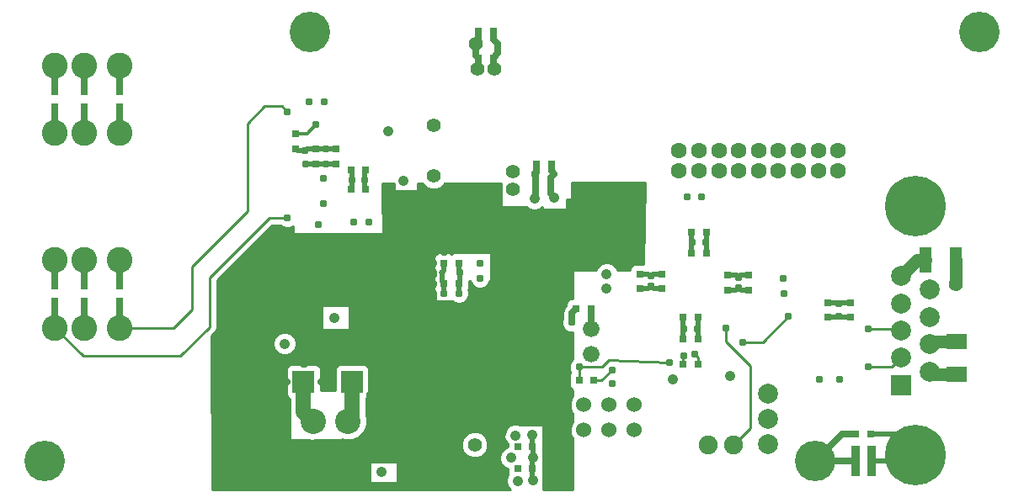
<source format=gbl>
G04 (created by PCBNEW (2013-04-19 BZR 4011)-stable) date 23/05/2013 19:48:56*
%MOIN*%
G04 Gerber Fmt 3.4, Leading zero omitted, Abs format*
%FSLAX34Y34*%
G01*
G70*
G90*
G04 APERTURE LIST*
%ADD10C,0.006*%
%ADD11C,0.1*%
%ADD12R,0.05X0.1*%
%ADD13R,0.08X0.06*%
%ADD14R,0.035X0.12*%
%ADD15R,0.03X0.031*%
%ADD16R,0.031X0.03*%
%ADD17C,0.079*%
%ADD18C,0.075*%
%ADD19C,0.066*%
%ADD20C,0.056*%
%ADD21R,0.085X0.089*%
%ADD22C,0.24*%
%ADD23R,0.079X0.079*%
%ADD24C,0.102362*%
%ADD25C,0.06*%
%ADD26C,0.16*%
%ADD27C,0.063*%
%ADD28C,0.041*%
%ADD29C,0.031*%
%ADD30C,0.025*%
%ADD31C,0.025*%
%ADD32C,0.02*%
%ADD33C,0.01*%
%ADD34C,0.06*%
%ADD35C,0.05*%
%ADD36C,0.012*%
G04 APERTURE END LIST*
G54D10*
G54D11*
X79390Y-81060D03*
X80770Y-81060D03*
G54D12*
X103620Y-74650D03*
X104820Y-74650D03*
G54D13*
X104850Y-79180D03*
X104850Y-77880D03*
G54D14*
X101495Y-82640D03*
X100845Y-82640D03*
G54D15*
X94035Y-76940D03*
X94625Y-76940D03*
X94035Y-77800D03*
X94625Y-77800D03*
G54D16*
X96640Y-75865D03*
X96640Y-75275D03*
G54D15*
X94035Y-78810D03*
X94625Y-78810D03*
G54D16*
X95800Y-75865D03*
X95800Y-75275D03*
G54D15*
X94945Y-74390D03*
X94355Y-74390D03*
X80885Y-71100D03*
X81475Y-71100D03*
X94945Y-73550D03*
X94355Y-73550D03*
G54D16*
X71732Y-76295D03*
X71732Y-75705D03*
X70314Y-76295D03*
X70314Y-75705D03*
X69172Y-76295D03*
X69172Y-75705D03*
X71732Y-68595D03*
X71732Y-68005D03*
X70314Y-68595D03*
X70314Y-68005D03*
X69172Y-68595D03*
X69172Y-68005D03*
X78680Y-70255D03*
X78680Y-69665D03*
G54D15*
X80885Y-71870D03*
X81475Y-71870D03*
G54D16*
X100650Y-76355D03*
X100650Y-76945D03*
G54D15*
X85155Y-75600D03*
X84565Y-75600D03*
X87485Y-82070D03*
X88075Y-82070D03*
X87485Y-82940D03*
X88075Y-82940D03*
G54D16*
X92330Y-75215D03*
X92330Y-75805D03*
X93190Y-75215D03*
X93190Y-75805D03*
G54D15*
X88205Y-71670D03*
X88795Y-71670D03*
X88225Y-70860D03*
X88815Y-70860D03*
X85925Y-66650D03*
X86515Y-66650D03*
X85925Y-65590D03*
X86515Y-65590D03*
G54D16*
X99750Y-76355D03*
X99750Y-76945D03*
G54D15*
X89795Y-76610D03*
X90385Y-76610D03*
X101465Y-81550D03*
X100875Y-81550D03*
X85155Y-74780D03*
X84565Y-74780D03*
G54D16*
X79510Y-70275D03*
X79510Y-70865D03*
G54D15*
X90505Y-79440D03*
X89915Y-79440D03*
G54D16*
X80280Y-70275D03*
X80280Y-70865D03*
G54D17*
X97390Y-79970D03*
X97390Y-80970D03*
X97390Y-81970D03*
G54D18*
X96020Y-82010D03*
X95020Y-82010D03*
G54D19*
X90380Y-77400D03*
X90380Y-78400D03*
G54D20*
X84150Y-69340D03*
X84150Y-71340D03*
G54D21*
X80930Y-79490D03*
X79010Y-79490D03*
G54D22*
X103220Y-82380D03*
X103220Y-72540D03*
G54D23*
X102660Y-79620D03*
G54D17*
X102660Y-78540D03*
X102660Y-77460D03*
X102660Y-76380D03*
X102660Y-75300D03*
X103780Y-75840D03*
X103780Y-76920D03*
X103780Y-78000D03*
X103780Y-79080D03*
G54D24*
X69172Y-74671D03*
X69172Y-77348D03*
X70314Y-77348D03*
X71732Y-77348D03*
X70314Y-74671D03*
X71732Y-74671D03*
X69172Y-66951D03*
X69172Y-69628D03*
X70314Y-69628D03*
X71732Y-69628D03*
X70314Y-66951D03*
X71732Y-66951D03*
G54D25*
X92110Y-80410D03*
X92110Y-81410D03*
X91110Y-80410D03*
X91110Y-81410D03*
X90110Y-80410D03*
X90110Y-81410D03*
G54D26*
X99260Y-82620D03*
G54D27*
X100170Y-71140D03*
X99380Y-71140D03*
X98590Y-71140D03*
X97810Y-71140D03*
X97020Y-71140D03*
X96240Y-71140D03*
X95450Y-71140D03*
X94660Y-71140D03*
X93870Y-71140D03*
X100170Y-70340D03*
X99380Y-70340D03*
X98590Y-70340D03*
X97810Y-70340D03*
X97020Y-70340D03*
X96240Y-70340D03*
X95450Y-70340D03*
X94660Y-70340D03*
X93870Y-70340D03*
G54D26*
X68760Y-82620D03*
X79260Y-65620D03*
X105760Y-65620D03*
G54D20*
X85880Y-67090D03*
X85830Y-66110D03*
G54D28*
X88150Y-72230D03*
G54D29*
X88160Y-71260D03*
G54D20*
X87310Y-71160D03*
G54D29*
X89630Y-77140D03*
X79820Y-68410D03*
X79060Y-70340D03*
X79900Y-70270D03*
X80930Y-71480D03*
X81010Y-73160D03*
X85990Y-75380D03*
X85160Y-75980D03*
X85210Y-75170D03*
G54D28*
X78260Y-77980D03*
G54D20*
X85780Y-81980D03*
G54D29*
X92750Y-75300D03*
G54D28*
X91010Y-75220D03*
G54D29*
X94920Y-73970D03*
X96220Y-75770D03*
X94070Y-77380D03*
X91230Y-79020D03*
X94070Y-78450D03*
X94760Y-72150D03*
X98020Y-75980D03*
X100200Y-76400D03*
G54D28*
X87230Y-82510D03*
X87400Y-81620D03*
X87490Y-83420D03*
G54D29*
X78370Y-68790D03*
X78370Y-72980D03*
X101360Y-77400D03*
X96410Y-77920D03*
X98200Y-76910D03*
X101370Y-78900D03*
G54D20*
X81750Y-80060D03*
X81150Y-77570D03*
X81800Y-76510D03*
X83930Y-76380D03*
X89150Y-78020D03*
X88280Y-80910D03*
X88520Y-76520D03*
X86660Y-76520D03*
X86550Y-67100D03*
G54D30*
X86700Y-66110D03*
G54D28*
X82970Y-71530D03*
X82370Y-69560D03*
X88940Y-72180D03*
G54D30*
X88940Y-71260D03*
G54D20*
X87310Y-71860D03*
G54D29*
X79220Y-68400D03*
X79090Y-70870D03*
X79900Y-70870D03*
X79780Y-71420D03*
X81440Y-71480D03*
X81610Y-73170D03*
X79780Y-72430D03*
X79580Y-73260D03*
X84560Y-75980D03*
G54D30*
X84480Y-75170D03*
G54D29*
X85990Y-74780D03*
G54D28*
X80240Y-76950D03*
X88080Y-82510D03*
X88080Y-83410D03*
X88070Y-81610D03*
X82080Y-83060D03*
G54D29*
X92750Y-75710D03*
G54D28*
X91000Y-75800D03*
G54D29*
X94390Y-73970D03*
X96230Y-75350D03*
X94610Y-77380D03*
X91230Y-79550D03*
X94480Y-78400D03*
X94180Y-72150D03*
X98000Y-75400D03*
G54D20*
X104820Y-75640D03*
G54D29*
X100210Y-76900D03*
X100220Y-79400D03*
X99430Y-79400D03*
G54D28*
X95910Y-79250D03*
X93640Y-79400D03*
G54D29*
X79510Y-69300D03*
X89920Y-78910D03*
X93490Y-78740D03*
X95740Y-77360D03*
G54D31*
X85925Y-66650D02*
X85925Y-67045D01*
X85925Y-67045D02*
X85880Y-67090D01*
X85830Y-66110D02*
X85830Y-66555D01*
X85830Y-66555D02*
X85925Y-66650D01*
X85925Y-65590D02*
X85925Y-66015D01*
X85925Y-66015D02*
X85830Y-66110D01*
X88205Y-71670D02*
X88205Y-72175D01*
X88205Y-72175D02*
X88150Y-72230D01*
X88205Y-71670D02*
X88205Y-71305D01*
X88205Y-71305D02*
X88160Y-71260D01*
X88225Y-70860D02*
X88225Y-71195D01*
X88225Y-71195D02*
X88160Y-71260D01*
X89795Y-76610D02*
X89630Y-76775D01*
X89630Y-76775D02*
X89630Y-77140D01*
G54D32*
X79060Y-70340D02*
X78765Y-70340D01*
X79125Y-70275D02*
X79060Y-70340D01*
X79510Y-70275D02*
X79125Y-70275D01*
X78765Y-70340D02*
X78680Y-70255D01*
X79510Y-70275D02*
X79895Y-70275D01*
X79895Y-70275D02*
X79900Y-70270D01*
X80280Y-70275D02*
X79905Y-70275D01*
X79905Y-70275D02*
X79900Y-70270D01*
X80885Y-71100D02*
X80930Y-71145D01*
X80930Y-71145D02*
X80930Y-71480D01*
X80885Y-71870D02*
X80930Y-71825D01*
X80930Y-71825D02*
X80930Y-71480D01*
X85155Y-75600D02*
X85155Y-75975D01*
X85155Y-75975D02*
X85160Y-75980D01*
X85210Y-75170D02*
X85210Y-75545D01*
X85210Y-75545D02*
X85155Y-75600D01*
X85155Y-74780D02*
X85155Y-75115D01*
X85155Y-75115D02*
X85210Y-75170D01*
X92330Y-75215D02*
X92665Y-75215D01*
X92665Y-75215D02*
X92750Y-75300D01*
X93190Y-75215D02*
X92835Y-75215D01*
X92835Y-75215D02*
X92750Y-75300D01*
X94945Y-74390D02*
X94945Y-73995D01*
X94945Y-73995D02*
X94920Y-73970D01*
X94945Y-73550D02*
X94945Y-73945D01*
X94945Y-73945D02*
X94920Y-73970D01*
X95800Y-75865D02*
X96125Y-75865D01*
X96125Y-75865D02*
X96220Y-75770D01*
X96640Y-75865D02*
X96315Y-75865D01*
X96315Y-75865D02*
X96220Y-75770D01*
X94035Y-77800D02*
X94035Y-77415D01*
X94035Y-77415D02*
X94070Y-77380D01*
X94035Y-76940D02*
X94035Y-77345D01*
X94035Y-77345D02*
X94070Y-77380D01*
G54D33*
X90505Y-79440D02*
X90810Y-79440D01*
X90810Y-79440D02*
X91230Y-79020D01*
X94035Y-78810D02*
X94035Y-78485D01*
X94035Y-78485D02*
X94070Y-78450D01*
G54D32*
X99750Y-76355D02*
X100155Y-76355D01*
X100155Y-76355D02*
X100200Y-76400D01*
X100650Y-76355D02*
X100245Y-76355D01*
X100245Y-76355D02*
X100200Y-76400D01*
G54D31*
X71732Y-69628D02*
X71732Y-68595D01*
X69172Y-69628D02*
X69172Y-68595D01*
X71732Y-77348D02*
X71732Y-76295D01*
G54D33*
X73871Y-77348D02*
X71732Y-77348D01*
X74580Y-76640D02*
X73871Y-77348D01*
X74580Y-74930D02*
X74580Y-76640D01*
X76790Y-72720D02*
X74580Y-74930D01*
X76790Y-69250D02*
X76790Y-72720D01*
X77470Y-68570D02*
X76790Y-69250D01*
X78150Y-68570D02*
X77470Y-68570D01*
X78370Y-68790D02*
X78150Y-68570D01*
G54D31*
X69172Y-77348D02*
X69172Y-76295D01*
G54D33*
X78370Y-72980D02*
X77650Y-72980D01*
X70294Y-78470D02*
X69172Y-77348D01*
X74140Y-78470D02*
X70294Y-78470D01*
X75280Y-77330D02*
X74140Y-78470D01*
X75280Y-75350D02*
X75280Y-77330D01*
X77650Y-72980D02*
X75280Y-75350D01*
X102660Y-77460D02*
X102600Y-77400D01*
X102600Y-77400D02*
X101360Y-77400D01*
X97190Y-77920D02*
X96410Y-77920D01*
X98200Y-76910D02*
X97190Y-77920D01*
X102300Y-78900D02*
X102660Y-78540D01*
X101370Y-78900D02*
X102300Y-78900D01*
G54D31*
X100845Y-82640D02*
X99280Y-82640D01*
X99280Y-82640D02*
X99260Y-82620D01*
X100875Y-81550D02*
X100330Y-81550D01*
X100330Y-81550D02*
X99260Y-82620D01*
X69172Y-74671D02*
X69172Y-75705D01*
X70314Y-74671D02*
X70314Y-75705D01*
X71732Y-74671D02*
X71732Y-75705D01*
X69172Y-66951D02*
X69172Y-68005D01*
X70314Y-66951D02*
X70314Y-68005D01*
X71732Y-66951D02*
X71732Y-68005D01*
X86515Y-66650D02*
X86515Y-67065D01*
X86515Y-67065D02*
X86550Y-67100D01*
X86700Y-66110D02*
X86700Y-66465D01*
X86700Y-66465D02*
X86515Y-66650D01*
X86515Y-65590D02*
X86515Y-65925D01*
X86515Y-65925D02*
X86700Y-66110D01*
X88795Y-71670D02*
X88795Y-72035D01*
X88795Y-72035D02*
X88940Y-72180D01*
X88815Y-70860D02*
X88815Y-71135D01*
X88815Y-71135D02*
X88940Y-71260D01*
X88795Y-71670D02*
X88795Y-71405D01*
X88795Y-71405D02*
X88940Y-71260D01*
G54D32*
X79510Y-70865D02*
X79095Y-70865D01*
X79095Y-70865D02*
X79090Y-70870D01*
X79510Y-70865D02*
X79895Y-70865D01*
X79905Y-70865D02*
X79900Y-70870D01*
X79905Y-70865D02*
X80280Y-70865D01*
X79895Y-70865D02*
X79900Y-70870D01*
X81475Y-71870D02*
X81440Y-71835D01*
X81440Y-71835D02*
X81440Y-71480D01*
X81475Y-71100D02*
X81440Y-71135D01*
X81440Y-71135D02*
X81440Y-71480D01*
X84565Y-75600D02*
X84565Y-75975D01*
X84565Y-75975D02*
X84560Y-75980D01*
X84480Y-75170D02*
X84480Y-75515D01*
X84480Y-75515D02*
X84565Y-75600D01*
X84565Y-74780D02*
X84565Y-75085D01*
X84565Y-75085D02*
X84480Y-75170D01*
X88080Y-82510D02*
X88080Y-82075D01*
X88075Y-82515D02*
X88080Y-82510D01*
X88075Y-82940D02*
X88075Y-82515D01*
X88080Y-82075D02*
X88075Y-82070D01*
X88075Y-82940D02*
X88075Y-83405D01*
X88075Y-83405D02*
X88080Y-83410D01*
X88075Y-82070D02*
X88075Y-81615D01*
X88075Y-81615D02*
X88070Y-81610D01*
G54D34*
X79390Y-81060D02*
X79010Y-80680D01*
X79010Y-80680D02*
X79010Y-79490D01*
G54D32*
X92330Y-75805D02*
X92655Y-75805D01*
X92655Y-75805D02*
X92750Y-75710D01*
X93190Y-75805D02*
X92845Y-75805D01*
X92845Y-75805D02*
X92750Y-75710D01*
X94355Y-74390D02*
X94355Y-74005D01*
X94355Y-74005D02*
X94390Y-73970D01*
X94355Y-73550D02*
X94355Y-73935D01*
X94355Y-73935D02*
X94390Y-73970D01*
X96640Y-75275D02*
X96305Y-75275D01*
X96305Y-75275D02*
X96230Y-75350D01*
X95800Y-75275D02*
X96155Y-75275D01*
X96155Y-75275D02*
X96230Y-75350D01*
X94625Y-76940D02*
X94625Y-77365D01*
X94625Y-77365D02*
X94610Y-77380D01*
X94625Y-77800D02*
X94625Y-77395D01*
X94625Y-77395D02*
X94610Y-77380D01*
G54D33*
X94625Y-78810D02*
X94625Y-78545D01*
X94625Y-78545D02*
X94480Y-78400D01*
G54D35*
X104820Y-74650D02*
X104820Y-75640D01*
G54D32*
X99750Y-76945D02*
X100165Y-76945D01*
X100165Y-76945D02*
X100210Y-76900D01*
X100650Y-76945D02*
X100255Y-76945D01*
X100255Y-76945D02*
X100210Y-76900D01*
G54D31*
X70314Y-69628D02*
X70314Y-68595D01*
X70314Y-77348D02*
X70314Y-76295D01*
X90380Y-77400D02*
X90380Y-76615D01*
X90380Y-76615D02*
X90385Y-76610D01*
G54D36*
X79510Y-69300D02*
X79145Y-69665D01*
X79145Y-69665D02*
X78680Y-69665D01*
G54D32*
X103220Y-82380D02*
X102390Y-81550D01*
X102390Y-81550D02*
X101465Y-81550D01*
X103220Y-82380D02*
X102960Y-82640D01*
X102960Y-82640D02*
X101495Y-82640D01*
G54D34*
X80770Y-81060D02*
X80930Y-80900D01*
X80930Y-80900D02*
X80930Y-79490D01*
G54D33*
X89920Y-78910D02*
X89920Y-79435D01*
X89920Y-79435D02*
X89915Y-79440D01*
X91100Y-78630D02*
X90820Y-78910D01*
X90820Y-78910D02*
X89920Y-78910D01*
X93490Y-78740D02*
X91100Y-78630D01*
X96020Y-82010D02*
X96710Y-81320D01*
X95740Y-77900D02*
X95740Y-77360D01*
X96710Y-78870D02*
X95740Y-77900D01*
X96710Y-81320D02*
X96710Y-78870D01*
G54D35*
X104850Y-79180D02*
X103880Y-79180D01*
X103880Y-79180D02*
X103780Y-79080D01*
X104850Y-77880D02*
X103900Y-77880D01*
X103900Y-77880D02*
X103780Y-78000D01*
X102660Y-75300D02*
X103310Y-74650D01*
X103310Y-74650D02*
X103620Y-74650D01*
G54D10*
G36*
X92529Y-71590D02*
X92465Y-74814D01*
X92435Y-74814D01*
X92125Y-74814D01*
X92033Y-74852D01*
X91963Y-74923D01*
X91925Y-75015D01*
X91925Y-75060D01*
X91436Y-75060D01*
X91395Y-74962D01*
X91268Y-74834D01*
X91100Y-74765D01*
X90919Y-74764D01*
X90752Y-74834D01*
X90624Y-74961D01*
X90583Y-75060D01*
X89659Y-75060D01*
X89661Y-76204D01*
X89595Y-76204D01*
X89503Y-76242D01*
X89433Y-76313D01*
X89395Y-76405D01*
X89394Y-76479D01*
X89364Y-76509D01*
X89283Y-76631D01*
X89255Y-76775D01*
X89255Y-76987D01*
X89225Y-77059D01*
X89224Y-77220D01*
X89286Y-77369D01*
X89400Y-77483D01*
X89549Y-77544D01*
X89662Y-77545D01*
X89663Y-78593D01*
X89576Y-78680D01*
X89515Y-78829D01*
X89514Y-78990D01*
X89570Y-79125D01*
X89553Y-79143D01*
X89515Y-79235D01*
X89514Y-79334D01*
X89514Y-79644D01*
X89552Y-79736D01*
X89623Y-79806D01*
X89665Y-79824D01*
X89665Y-80076D01*
X89644Y-80098D01*
X89560Y-80300D01*
X89559Y-80518D01*
X89643Y-80721D01*
X89666Y-80744D01*
X89666Y-81111D01*
X89628Y-81122D01*
X89555Y-81328D01*
X89566Y-81546D01*
X89628Y-81697D01*
X89667Y-81708D01*
X89669Y-83770D01*
X88500Y-83770D01*
X88500Y-81190D01*
X88370Y-81190D01*
X88360Y-81190D01*
X87570Y-81190D01*
X87570Y-81197D01*
X87490Y-81165D01*
X87309Y-81164D01*
X87142Y-81234D01*
X87014Y-81361D01*
X86945Y-81529D01*
X86944Y-81710D01*
X87014Y-81877D01*
X87084Y-81948D01*
X87084Y-81964D01*
X87084Y-82077D01*
X86972Y-82124D01*
X86844Y-82251D01*
X86775Y-82419D01*
X86774Y-82600D01*
X86844Y-82767D01*
X86971Y-82895D01*
X87084Y-82942D01*
X87084Y-83144D01*
X87098Y-83176D01*
X87035Y-83329D01*
X87034Y-83510D01*
X87104Y-83677D01*
X87196Y-83770D01*
X86440Y-83770D01*
X86440Y-75500D01*
X86440Y-74370D01*
X85320Y-74370D01*
X85320Y-74375D01*
X85255Y-74374D01*
X84955Y-74374D01*
X84863Y-74412D01*
X84860Y-74416D01*
X84856Y-74412D01*
X84764Y-74374D01*
X84677Y-74375D01*
X84622Y-74430D01*
X84507Y-74430D01*
X84452Y-74375D01*
X84365Y-74374D01*
X84273Y-74412D01*
X84256Y-74430D01*
X84220Y-74430D01*
X84220Y-74466D01*
X84203Y-74483D01*
X84165Y-74575D01*
X84164Y-74674D01*
X84165Y-74667D01*
X84220Y-74722D01*
X84220Y-74837D01*
X84165Y-74892D01*
X84164Y-74885D01*
X84165Y-74984D01*
X84203Y-75076D01*
X84220Y-75093D01*
X84220Y-75286D01*
X84203Y-75303D01*
X84165Y-75395D01*
X84164Y-75494D01*
X84165Y-75487D01*
X84220Y-75542D01*
X84220Y-75657D01*
X84165Y-75712D01*
X84164Y-75705D01*
X84165Y-75804D01*
X84203Y-75896D01*
X84220Y-75913D01*
X84220Y-76150D01*
X84220Y-76290D01*
X84897Y-76290D01*
X84930Y-76323D01*
X85079Y-76384D01*
X85240Y-76385D01*
X85389Y-76323D01*
X85503Y-76209D01*
X85564Y-76060D01*
X85565Y-75899D01*
X85540Y-75840D01*
X85554Y-75804D01*
X85555Y-75705D01*
X85555Y-75569D01*
X85560Y-75545D01*
X85560Y-75500D01*
X85601Y-75500D01*
X85646Y-75609D01*
X85760Y-75723D01*
X85909Y-75784D01*
X86070Y-75785D01*
X86219Y-75723D01*
X86333Y-75609D01*
X86378Y-75500D01*
X86440Y-75500D01*
X86440Y-83770D01*
X86310Y-83770D01*
X86310Y-81875D01*
X86229Y-81680D01*
X86080Y-81530D01*
X85885Y-81450D01*
X85675Y-81449D01*
X85480Y-81530D01*
X85330Y-81679D01*
X85250Y-81874D01*
X85249Y-82084D01*
X85330Y-82279D01*
X85479Y-82429D01*
X85674Y-82509D01*
X85884Y-82510D01*
X86079Y-82429D01*
X86229Y-82280D01*
X86309Y-82085D01*
X86310Y-81875D01*
X86310Y-83770D01*
X82730Y-83770D01*
X82730Y-83480D01*
X82730Y-82650D01*
X82610Y-82650D01*
X81640Y-82650D01*
X81640Y-83480D01*
X82730Y-83480D01*
X82730Y-83770D01*
X81605Y-83770D01*
X81605Y-79885D01*
X81605Y-78995D01*
X81567Y-78903D01*
X81496Y-78833D01*
X81404Y-78795D01*
X81305Y-78794D01*
X80820Y-78794D01*
X80820Y-77440D01*
X80820Y-76450D01*
X79740Y-76450D01*
X79740Y-77360D01*
X79740Y-77440D01*
X80820Y-77440D01*
X80820Y-78794D01*
X80455Y-78794D01*
X80363Y-78832D01*
X80293Y-78903D01*
X80255Y-78995D01*
X80254Y-79094D01*
X80254Y-79840D01*
X79685Y-79840D01*
X79685Y-79602D01*
X79622Y-79540D01*
X79610Y-79540D01*
X79610Y-79440D01*
X79622Y-79440D01*
X79685Y-79377D01*
X79685Y-79094D01*
X79684Y-78995D01*
X79646Y-78903D01*
X79576Y-78832D01*
X79484Y-78794D01*
X79122Y-78795D01*
X79060Y-78857D01*
X79060Y-78870D01*
X78960Y-78870D01*
X78960Y-78857D01*
X78897Y-78795D01*
X78715Y-78794D01*
X78715Y-77889D01*
X78645Y-77722D01*
X78518Y-77594D01*
X78350Y-77525D01*
X78169Y-77524D01*
X78002Y-77594D01*
X77874Y-77721D01*
X77805Y-77889D01*
X77804Y-78070D01*
X77874Y-78237D01*
X78001Y-78365D01*
X78169Y-78434D01*
X78350Y-78435D01*
X78517Y-78365D01*
X78645Y-78238D01*
X78714Y-78070D01*
X78715Y-77889D01*
X78715Y-78794D01*
X78535Y-78794D01*
X78443Y-78832D01*
X78373Y-78903D01*
X78335Y-78995D01*
X78334Y-79094D01*
X78335Y-79377D01*
X78397Y-79440D01*
X78420Y-79440D01*
X78420Y-79540D01*
X78397Y-79540D01*
X78335Y-79602D01*
X78334Y-79885D01*
X78335Y-79984D01*
X78373Y-80076D01*
X78443Y-80147D01*
X78470Y-80157D01*
X78470Y-81800D01*
X79224Y-81800D01*
X79260Y-81813D01*
X79558Y-81805D01*
X79572Y-81800D01*
X80520Y-81800D01*
X80520Y-81768D01*
X80620Y-81809D01*
X80918Y-81810D01*
X81194Y-81696D01*
X81405Y-81485D01*
X81519Y-81209D01*
X81520Y-80911D01*
X81480Y-80814D01*
X81480Y-80153D01*
X81496Y-80147D01*
X81566Y-80076D01*
X81604Y-79984D01*
X81605Y-79885D01*
X81605Y-83770D01*
X75379Y-83770D01*
X75372Y-77661D01*
X75492Y-77542D01*
X75492Y-77542D01*
X75557Y-77444D01*
X75579Y-77330D01*
X75580Y-77330D01*
X75580Y-75474D01*
X77774Y-73280D01*
X78097Y-73280D01*
X78140Y-73323D01*
X78289Y-73384D01*
X78450Y-73385D01*
X78580Y-73331D01*
X78580Y-73640D01*
X82160Y-73640D01*
X82160Y-72840D01*
X82130Y-72840D01*
X82130Y-71630D01*
X82580Y-71630D01*
X82580Y-71940D01*
X83520Y-71940D01*
X83520Y-71630D01*
X83696Y-71630D01*
X83700Y-71639D01*
X83849Y-71789D01*
X84044Y-71869D01*
X84254Y-71870D01*
X84449Y-71789D01*
X84599Y-71640D01*
X84603Y-71630D01*
X86820Y-71630D01*
X86820Y-72560D01*
X87830Y-72560D01*
X87830Y-72553D01*
X87891Y-72615D01*
X88059Y-72684D01*
X88240Y-72685D01*
X88407Y-72615D01*
X88460Y-72563D01*
X88460Y-72650D01*
X89440Y-72650D01*
X89440Y-72265D01*
X89620Y-72257D01*
X89620Y-71590D01*
X92529Y-71590D01*
X92529Y-71590D01*
G37*
G54D33*
X92529Y-71590D02*
X92465Y-74814D01*
X92435Y-74814D01*
X92125Y-74814D01*
X92033Y-74852D01*
X91963Y-74923D01*
X91925Y-75015D01*
X91925Y-75060D01*
X91436Y-75060D01*
X91395Y-74962D01*
X91268Y-74834D01*
X91100Y-74765D01*
X90919Y-74764D01*
X90752Y-74834D01*
X90624Y-74961D01*
X90583Y-75060D01*
X89659Y-75060D01*
X89661Y-76204D01*
X89595Y-76204D01*
X89503Y-76242D01*
X89433Y-76313D01*
X89395Y-76405D01*
X89394Y-76479D01*
X89364Y-76509D01*
X89283Y-76631D01*
X89255Y-76775D01*
X89255Y-76987D01*
X89225Y-77059D01*
X89224Y-77220D01*
X89286Y-77369D01*
X89400Y-77483D01*
X89549Y-77544D01*
X89662Y-77545D01*
X89663Y-78593D01*
X89576Y-78680D01*
X89515Y-78829D01*
X89514Y-78990D01*
X89570Y-79125D01*
X89553Y-79143D01*
X89515Y-79235D01*
X89514Y-79334D01*
X89514Y-79644D01*
X89552Y-79736D01*
X89623Y-79806D01*
X89665Y-79824D01*
X89665Y-80076D01*
X89644Y-80098D01*
X89560Y-80300D01*
X89559Y-80518D01*
X89643Y-80721D01*
X89666Y-80744D01*
X89666Y-81111D01*
X89628Y-81122D01*
X89555Y-81328D01*
X89566Y-81546D01*
X89628Y-81697D01*
X89667Y-81708D01*
X89669Y-83770D01*
X88500Y-83770D01*
X88500Y-81190D01*
X88370Y-81190D01*
X88360Y-81190D01*
X87570Y-81190D01*
X87570Y-81197D01*
X87490Y-81165D01*
X87309Y-81164D01*
X87142Y-81234D01*
X87014Y-81361D01*
X86945Y-81529D01*
X86944Y-81710D01*
X87014Y-81877D01*
X87084Y-81948D01*
X87084Y-81964D01*
X87084Y-82077D01*
X86972Y-82124D01*
X86844Y-82251D01*
X86775Y-82419D01*
X86774Y-82600D01*
X86844Y-82767D01*
X86971Y-82895D01*
X87084Y-82942D01*
X87084Y-83144D01*
X87098Y-83176D01*
X87035Y-83329D01*
X87034Y-83510D01*
X87104Y-83677D01*
X87196Y-83770D01*
X86440Y-83770D01*
X86440Y-75500D01*
X86440Y-74370D01*
X85320Y-74370D01*
X85320Y-74375D01*
X85255Y-74374D01*
X84955Y-74374D01*
X84863Y-74412D01*
X84860Y-74416D01*
X84856Y-74412D01*
X84764Y-74374D01*
X84677Y-74375D01*
X84622Y-74430D01*
X84507Y-74430D01*
X84452Y-74375D01*
X84365Y-74374D01*
X84273Y-74412D01*
X84256Y-74430D01*
X84220Y-74430D01*
X84220Y-74466D01*
X84203Y-74483D01*
X84165Y-74575D01*
X84164Y-74674D01*
X84165Y-74667D01*
X84220Y-74722D01*
X84220Y-74837D01*
X84165Y-74892D01*
X84164Y-74885D01*
X84165Y-74984D01*
X84203Y-75076D01*
X84220Y-75093D01*
X84220Y-75286D01*
X84203Y-75303D01*
X84165Y-75395D01*
X84164Y-75494D01*
X84165Y-75487D01*
X84220Y-75542D01*
X84220Y-75657D01*
X84165Y-75712D01*
X84164Y-75705D01*
X84165Y-75804D01*
X84203Y-75896D01*
X84220Y-75913D01*
X84220Y-76150D01*
X84220Y-76290D01*
X84897Y-76290D01*
X84930Y-76323D01*
X85079Y-76384D01*
X85240Y-76385D01*
X85389Y-76323D01*
X85503Y-76209D01*
X85564Y-76060D01*
X85565Y-75899D01*
X85540Y-75840D01*
X85554Y-75804D01*
X85555Y-75705D01*
X85555Y-75569D01*
X85560Y-75545D01*
X85560Y-75500D01*
X85601Y-75500D01*
X85646Y-75609D01*
X85760Y-75723D01*
X85909Y-75784D01*
X86070Y-75785D01*
X86219Y-75723D01*
X86333Y-75609D01*
X86378Y-75500D01*
X86440Y-75500D01*
X86440Y-83770D01*
X86310Y-83770D01*
X86310Y-81875D01*
X86229Y-81680D01*
X86080Y-81530D01*
X85885Y-81450D01*
X85675Y-81449D01*
X85480Y-81530D01*
X85330Y-81679D01*
X85250Y-81874D01*
X85249Y-82084D01*
X85330Y-82279D01*
X85479Y-82429D01*
X85674Y-82509D01*
X85884Y-82510D01*
X86079Y-82429D01*
X86229Y-82280D01*
X86309Y-82085D01*
X86310Y-81875D01*
X86310Y-83770D01*
X82730Y-83770D01*
X82730Y-83480D01*
X82730Y-82650D01*
X82610Y-82650D01*
X81640Y-82650D01*
X81640Y-83480D01*
X82730Y-83480D01*
X82730Y-83770D01*
X81605Y-83770D01*
X81605Y-79885D01*
X81605Y-78995D01*
X81567Y-78903D01*
X81496Y-78833D01*
X81404Y-78795D01*
X81305Y-78794D01*
X80820Y-78794D01*
X80820Y-77440D01*
X80820Y-76450D01*
X79740Y-76450D01*
X79740Y-77360D01*
X79740Y-77440D01*
X80820Y-77440D01*
X80820Y-78794D01*
X80455Y-78794D01*
X80363Y-78832D01*
X80293Y-78903D01*
X80255Y-78995D01*
X80254Y-79094D01*
X80254Y-79840D01*
X79685Y-79840D01*
X79685Y-79602D01*
X79622Y-79540D01*
X79610Y-79540D01*
X79610Y-79440D01*
X79622Y-79440D01*
X79685Y-79377D01*
X79685Y-79094D01*
X79684Y-78995D01*
X79646Y-78903D01*
X79576Y-78832D01*
X79484Y-78794D01*
X79122Y-78795D01*
X79060Y-78857D01*
X79060Y-78870D01*
X78960Y-78870D01*
X78960Y-78857D01*
X78897Y-78795D01*
X78715Y-78794D01*
X78715Y-77889D01*
X78645Y-77722D01*
X78518Y-77594D01*
X78350Y-77525D01*
X78169Y-77524D01*
X78002Y-77594D01*
X77874Y-77721D01*
X77805Y-77889D01*
X77804Y-78070D01*
X77874Y-78237D01*
X78001Y-78365D01*
X78169Y-78434D01*
X78350Y-78435D01*
X78517Y-78365D01*
X78645Y-78238D01*
X78714Y-78070D01*
X78715Y-77889D01*
X78715Y-78794D01*
X78535Y-78794D01*
X78443Y-78832D01*
X78373Y-78903D01*
X78335Y-78995D01*
X78334Y-79094D01*
X78335Y-79377D01*
X78397Y-79440D01*
X78420Y-79440D01*
X78420Y-79540D01*
X78397Y-79540D01*
X78335Y-79602D01*
X78334Y-79885D01*
X78335Y-79984D01*
X78373Y-80076D01*
X78443Y-80147D01*
X78470Y-80157D01*
X78470Y-81800D01*
X79224Y-81800D01*
X79260Y-81813D01*
X79558Y-81805D01*
X79572Y-81800D01*
X80520Y-81800D01*
X80520Y-81768D01*
X80620Y-81809D01*
X80918Y-81810D01*
X81194Y-81696D01*
X81405Y-81485D01*
X81519Y-81209D01*
X81520Y-80911D01*
X81480Y-80814D01*
X81480Y-80153D01*
X81496Y-80147D01*
X81566Y-80076D01*
X81604Y-79984D01*
X81605Y-79885D01*
X81605Y-83770D01*
X75379Y-83770D01*
X75372Y-77661D01*
X75492Y-77542D01*
X75492Y-77542D01*
X75557Y-77444D01*
X75579Y-77330D01*
X75580Y-77330D01*
X75580Y-75474D01*
X77774Y-73280D01*
X78097Y-73280D01*
X78140Y-73323D01*
X78289Y-73384D01*
X78450Y-73385D01*
X78580Y-73331D01*
X78580Y-73640D01*
X82160Y-73640D01*
X82160Y-72840D01*
X82130Y-72840D01*
X82130Y-71630D01*
X82580Y-71630D01*
X82580Y-71940D01*
X83520Y-71940D01*
X83520Y-71630D01*
X83696Y-71630D01*
X83700Y-71639D01*
X83849Y-71789D01*
X84044Y-71869D01*
X84254Y-71870D01*
X84449Y-71789D01*
X84599Y-71640D01*
X84603Y-71630D01*
X86820Y-71630D01*
X86820Y-72560D01*
X87830Y-72560D01*
X87830Y-72553D01*
X87891Y-72615D01*
X88059Y-72684D01*
X88240Y-72685D01*
X88407Y-72615D01*
X88460Y-72563D01*
X88460Y-72650D01*
X89440Y-72650D01*
X89440Y-72265D01*
X89620Y-72257D01*
X89620Y-71590D01*
X92529Y-71590D01*
M02*

</source>
